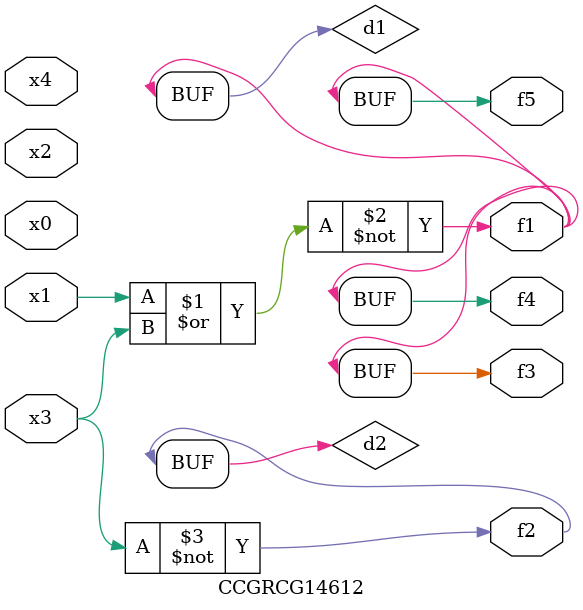
<source format=v>
module CCGRCG14612(
	input x0, x1, x2, x3, x4,
	output f1, f2, f3, f4, f5
);

	wire d1, d2;

	nor (d1, x1, x3);
	not (d2, x3);
	assign f1 = d1;
	assign f2 = d2;
	assign f3 = d1;
	assign f4 = d1;
	assign f5 = d1;
endmodule

</source>
